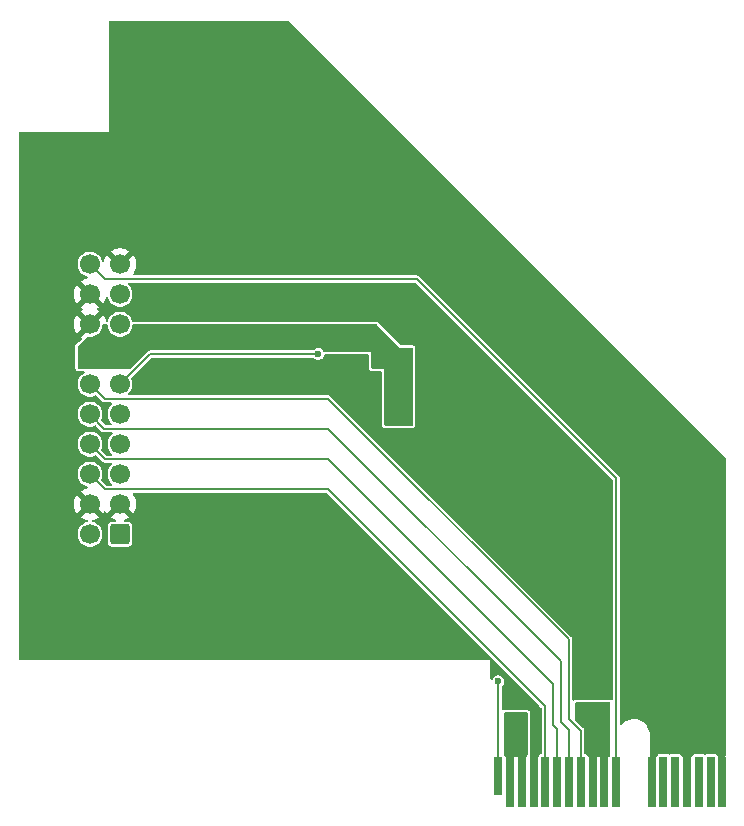
<source format=gbr>
%TF.GenerationSoftware,KiCad,Pcbnew,9.0.3*%
%TF.CreationDate,2025-08-09T15:12:17-04:00*%
%TF.ProjectId,PCIe-Aux-Signal-Breakout,50434965-2d41-4757-982d-5369676e616c,rev?*%
%TF.SameCoordinates,Original*%
%TF.FileFunction,Copper,L2,Bot*%
%TF.FilePolarity,Positive*%
%FSLAX46Y46*%
G04 Gerber Fmt 4.6, Leading zero omitted, Abs format (unit mm)*
G04 Created by KiCad (PCBNEW 9.0.3) date 2025-08-09 15:12:17*
%MOMM*%
%LPD*%
G01*
G04 APERTURE LIST*
G04 Aperture macros list*
%AMRoundRect*
0 Rectangle with rounded corners*
0 $1 Rounding radius*
0 $2 $3 $4 $5 $6 $7 $8 $9 X,Y pos of 4 corners*
0 Add a 4 corners polygon primitive as box body*
4,1,4,$2,$3,$4,$5,$6,$7,$8,$9,$2,$3,0*
0 Add four circle primitives for the rounded corners*
1,1,$1+$1,$2,$3*
1,1,$1+$1,$4,$5*
1,1,$1+$1,$6,$7*
1,1,$1+$1,$8,$9*
0 Add four rect primitives between the rounded corners*
20,1,$1+$1,$2,$3,$4,$5,0*
20,1,$1+$1,$4,$5,$6,$7,0*
20,1,$1+$1,$6,$7,$8,$9,0*
20,1,$1+$1,$8,$9,$2,$3,0*%
G04 Aperture macros list end*
%TA.AperFunction,HeatsinkPad*%
%ADD10R,0.700000X1.300000*%
%TD*%
%TA.AperFunction,ComponentPad*%
%ADD11RoundRect,0.250000X0.600000X0.600000X-0.600000X0.600000X-0.600000X-0.600000X0.600000X-0.600000X0*%
%TD*%
%TA.AperFunction,ComponentPad*%
%ADD12C,1.700000*%
%TD*%
%TA.AperFunction,ConnectorPad*%
%ADD13R,0.700000X3.200000*%
%TD*%
%TA.AperFunction,ConnectorPad*%
%ADD14R,0.700000X4.200000*%
%TD*%
%TA.AperFunction,ViaPad*%
%ADD15C,0.600000*%
%TD*%
%TA.AperFunction,Conductor*%
%ADD16C,0.200000*%
%TD*%
G04 APERTURE END LIST*
D10*
%TO.P,U1,9,EP*%
%TO.N,GND*%
X80415000Y-101770000D03*
%TD*%
D11*
%TO.P,J3,1,Pin_1*%
%TO.N,+12V*%
X59877500Y-116180000D03*
D12*
%TO.P,J3,2,Pin_2*%
X57337500Y-116180000D03*
%TO.P,J3,3,Pin_3*%
%TO.N,GND*%
X59877500Y-113640000D03*
%TO.P,J3,4,Pin_4*%
X57337500Y-113640000D03*
%TO.P,J3,5,Pin_5*%
%TO.N,SMBCLK*%
X59877500Y-111100000D03*
%TO.P,J3,6,Pin_6*%
%TO.N,TCK*%
X57337500Y-111100000D03*
%TO.P,J3,7,Pin_7*%
%TO.N,SMBDAT*%
X59877500Y-108560000D03*
%TO.P,J3,8,Pin_8*%
%TO.N,TDI*%
X57337500Y-108560000D03*
%TO.P,J3,9,Pin_9*%
%TO.N,+5V*%
X59877500Y-106020000D03*
%TO.P,J3,10,Pin_10*%
%TO.N,TDO*%
X57337500Y-106020000D03*
%TO.P,J3,11,Pin_11*%
%TO.N,+5V*%
X59877500Y-103480000D03*
%TO.P,J3,12,Pin_12*%
%TO.N,TMS*%
X57337500Y-103480000D03*
%TO.P,J3,13,Pin_13*%
%TO.N,+3.3V*%
X59877500Y-100940000D03*
%TO.P,J3,14,Pin_14*%
X57337500Y-100940000D03*
%TO.P,J3,15,Pin_15*%
%TO.N,TRST#*%
X59877500Y-98400000D03*
%TO.P,J3,16,Pin_16*%
%TO.N,GND*%
X57337500Y-98400000D03*
%TO.P,J3,17,Pin_17*%
%TO.N,+3.3VAUX*%
X59877500Y-95860000D03*
%TO.P,J3,18,Pin_18*%
%TO.N,GND*%
X57337500Y-95860000D03*
%TO.P,J3,19,Pin_19*%
X59877500Y-93320000D03*
%TO.P,J3,20,Pin_20*%
%TO.N,PERST#*%
X57337500Y-93320000D03*
%TD*%
D13*
%TO.P,J1,A1,PRSNT1#*%
%TO.N,PRSNT*%
X91890000Y-136620000D03*
D14*
%TO.P,J1,A2,+12V*%
%TO.N,+12V*%
X92890000Y-137120000D03*
%TO.P,J1,A3,+12V*%
X93890000Y-137120000D03*
%TO.P,J1,A4,GND*%
%TO.N,GND*%
X94890000Y-137120000D03*
%TO.P,J1,A5,TCK*%
%TO.N,TCK*%
X95890000Y-137120000D03*
%TO.P,J1,A6,TDI*%
%TO.N,TDI*%
X96890000Y-137120000D03*
%TO.P,J1,A7,TDO*%
%TO.N,TDO*%
X97890000Y-137120000D03*
%TO.P,J1,A8,TMS*%
%TO.N,TMS*%
X98890000Y-137120000D03*
%TO.P,J1,A9,+3.3V*%
%TO.N,+3.3V*%
X99890000Y-137120000D03*
%TO.P,J1,A10,+3.3V*%
X100890000Y-137120000D03*
%TO.P,J1,A11,PERST#*%
%TO.N,PERST#*%
X101890000Y-137120000D03*
%TO.P,J1,A12,GND*%
%TO.N,GND*%
X104890000Y-137120000D03*
%TO.P,J1,A13,REFCLK+*%
%TO.N,unconnected-(J1-REFCLK+-PadA13)*%
X105890000Y-137120000D03*
%TO.P,J1,A14,REFCLK-*%
%TO.N,unconnected-(J1-REFCLK--PadA14)*%
X106890000Y-137120000D03*
%TO.P,J1,A15,GND*%
%TO.N,GND*%
X107890000Y-137120000D03*
%TO.P,J1,A16,PETp0*%
%TO.N,unconnected-(J1-PETp0-PadA16)*%
X108890000Y-137120000D03*
%TO.P,J1,A17,PETn0*%
%TO.N,unconnected-(J1-PETn0-PadA17)*%
X109890000Y-137120000D03*
%TO.P,J1,A18,GND*%
%TO.N,GND*%
X110890000Y-137120000D03*
%TD*%
D15*
%TO.N,GND*%
X110855000Y-134205000D03*
X108890000Y-134215000D03*
X107910000Y-134230000D03*
X106915000Y-134245000D03*
X105885000Y-134255000D03*
X97715000Y-123695000D03*
X95120000Y-132455000D03*
X95120000Y-131605000D03*
X95115000Y-133380000D03*
X95115000Y-134230000D03*
%TO.N,PRSNT*%
X91890000Y-128640000D03*
%TO.N,+5V*%
X76655000Y-100920000D03*
%TO.N,+3.3V*%
X84145000Y-105730000D03*
%TO.N,GND*%
X84260000Y-99585000D03*
X81470000Y-104090000D03*
%TO.N,+3.3V*%
X84245000Y-101110000D03*
%TO.N,GND*%
X80230000Y-106085000D03*
%TO.N,+3.3V*%
X84145000Y-106480000D03*
X98890000Y-131715000D03*
X98890000Y-130860000D03*
X100890000Y-130860000D03*
X99890000Y-131720000D03*
X99890000Y-130860000D03*
%TO.N,+12V*%
X92890000Y-131610000D03*
X92890000Y-134240000D03*
X93910000Y-133380000D03*
X93910000Y-132450000D03*
X93910000Y-134230000D03*
X93910000Y-131600000D03*
X92890000Y-132460000D03*
X92890000Y-133390000D03*
%TD*%
D16*
%TO.N,+5V*%
X62437500Y-100920000D02*
X59877500Y-103480000D01*
X76655000Y-100920000D02*
X62437500Y-100920000D01*
%TO.N,TMS*%
X58582500Y-104725000D02*
X57337500Y-103480000D01*
X97870000Y-125090000D02*
X77505000Y-104725000D01*
X97870000Y-131785000D02*
X97870000Y-125090000D01*
X77505000Y-104725000D02*
X58582500Y-104725000D01*
X98890000Y-132805000D02*
X97870000Y-131785000D01*
X98890000Y-137120000D02*
X98890000Y-132805000D01*
%TO.N,TDO*%
X58562500Y-107245000D02*
X57337500Y-106020000D01*
X77505000Y-107245000D02*
X58562500Y-107245000D01*
X97195000Y-132052500D02*
X97195000Y-126935000D01*
X97890000Y-132747500D02*
X97195000Y-132052500D01*
X97890000Y-137120000D02*
X97890000Y-132747500D01*
X97195000Y-126935000D02*
X77505000Y-107245000D01*
%TO.N,TDI*%
X77500000Y-109825000D02*
X58602500Y-109825000D01*
X96520000Y-128845000D02*
X77500000Y-109825000D01*
X96890000Y-132700000D02*
X96520000Y-132330000D01*
X96520000Y-132330000D02*
X96520000Y-128845000D01*
X96890000Y-137120000D02*
X96890000Y-132700000D01*
X58602500Y-109825000D02*
X57337500Y-108560000D01*
%TO.N,TCK*%
X58617500Y-112380000D02*
X57337500Y-111100000D01*
X77505000Y-112380000D02*
X58617500Y-112380000D01*
X95890000Y-130765000D02*
X77505000Y-112380000D01*
X95890000Y-137120000D02*
X95890000Y-130765000D01*
%TO.N,PRSNT*%
X91890000Y-136620000D02*
X91890000Y-128640000D01*
%TO.N,PERST#*%
X101900000Y-111450000D02*
X101890000Y-111460000D01*
X85025000Y-94575000D02*
X101900000Y-111450000D01*
X58592500Y-94575000D02*
X85025000Y-94575000D01*
X57337500Y-93320000D02*
X58592500Y-94575000D01*
X101890000Y-111460000D02*
X101890000Y-137120000D01*
%TO.N,TCK*%
X95890000Y-137120000D02*
X95845000Y-137075000D01*
%TD*%
%TA.AperFunction,Conductor*%
%TO.N,+3.3V*%
G36*
X58786191Y-98418907D02*
G01*
X58822155Y-98468407D01*
X58827000Y-98499000D01*
X58827000Y-98503467D01*
X58867369Y-98706418D01*
X58946558Y-98897597D01*
X58946559Y-98897598D01*
X59061523Y-99069655D01*
X59207845Y-99215977D01*
X59379902Y-99330941D01*
X59571080Y-99410130D01*
X59774035Y-99450500D01*
X59774036Y-99450500D01*
X59980964Y-99450500D01*
X59980965Y-99450500D01*
X60183920Y-99410130D01*
X60375098Y-99330941D01*
X60547155Y-99215977D01*
X60693477Y-99069655D01*
X60808441Y-98897598D01*
X60887630Y-98706420D01*
X60928000Y-98503465D01*
X60928000Y-98499000D01*
X60946907Y-98440809D01*
X60996407Y-98404845D01*
X61027000Y-98400000D01*
X81558992Y-98400000D01*
X81617183Y-98418907D01*
X81628996Y-98428996D01*
X83580000Y-100380000D01*
X84591000Y-100380000D01*
X84649191Y-100398907D01*
X84685155Y-100448407D01*
X84690000Y-100479000D01*
X84690000Y-102155000D01*
X81239000Y-102155000D01*
X81180809Y-102136093D01*
X81144845Y-102086593D01*
X81140000Y-102056000D01*
X81140000Y-100750000D01*
X81139999Y-100749999D01*
X77186870Y-100741590D01*
X77128720Y-100722559D01*
X77101345Y-100692090D01*
X77055503Y-100612690D01*
X77055501Y-100612688D01*
X77055500Y-100612686D01*
X76962314Y-100519500D01*
X76962311Y-100519498D01*
X76962309Y-100519496D01*
X76848189Y-100453609D01*
X76848191Y-100453609D01*
X76798799Y-100440375D01*
X76720892Y-100419500D01*
X76589108Y-100419500D01*
X76511200Y-100440375D01*
X76461809Y-100453609D01*
X76347690Y-100519496D01*
X76347689Y-100519497D01*
X76347686Y-100519499D01*
X76347686Y-100519500D01*
X76276680Y-100590505D01*
X76222166Y-100618281D01*
X76206679Y-100619500D01*
X62477062Y-100619500D01*
X62397938Y-100619500D01*
X62351161Y-100632033D01*
X62321507Y-100639979D01*
X62252993Y-100679536D01*
X60806525Y-102126004D01*
X60752008Y-102153781D01*
X60736521Y-102155000D01*
X56384000Y-102155000D01*
X56325809Y-102136093D01*
X56289845Y-102086593D01*
X56285000Y-102056000D01*
X56285000Y-100299493D01*
X56303907Y-100241302D01*
X56319711Y-100224207D01*
X57198087Y-99474210D01*
X57254616Y-99450804D01*
X57262370Y-99450500D01*
X57440964Y-99450500D01*
X57440965Y-99450500D01*
X57643920Y-99410130D01*
X57835098Y-99330941D01*
X58007155Y-99215977D01*
X58153477Y-99069655D01*
X58268441Y-98897598D01*
X58347630Y-98706420D01*
X58388000Y-98503465D01*
X58388000Y-98503456D01*
X58388476Y-98498629D01*
X58389660Y-98498745D01*
X58391667Y-98492565D01*
X58390738Y-98480731D01*
X58400899Y-98464155D01*
X58406907Y-98445664D01*
X58422715Y-98428566D01*
X58428401Y-98423711D01*
X58484932Y-98400304D01*
X58492686Y-98400000D01*
X58728000Y-98400000D01*
X58786191Y-98418907D01*
G37*
%TD.AperFunction*%
%TD*%
%TA.AperFunction,Conductor*%
%TO.N,+3.3V*%
G36*
X84690000Y-106891000D02*
G01*
X84671093Y-106949191D01*
X84621593Y-106985155D01*
X84591000Y-106990000D01*
X82359000Y-106990000D01*
X82300809Y-106971093D01*
X82264845Y-106921593D01*
X82260000Y-106891000D01*
X82260000Y-102155001D01*
X82260000Y-102155000D01*
X84690000Y-102155000D01*
X84690000Y-106891000D01*
G37*
%TD.AperFunction*%
%TD*%
%TA.AperFunction,Conductor*%
%TO.N,+3.3V*%
G36*
X101344191Y-130413907D02*
G01*
X101380155Y-130463407D01*
X101385000Y-130494000D01*
X101385000Y-134861053D01*
X101376961Y-134887551D01*
X101373532Y-134907304D01*
X101371150Y-134911811D01*
X101351133Y-134941769D01*
X101348604Y-134954481D01*
X101341857Y-134967251D01*
X101297955Y-135009868D01*
X101254325Y-135020000D01*
X99525675Y-135020000D01*
X99467484Y-135001093D01*
X99431520Y-134951593D01*
X99429111Y-134942360D01*
X99428867Y-134941772D01*
X99428867Y-134941769D01*
X99384552Y-134875448D01*
X99363009Y-134861053D01*
X99318233Y-134831134D01*
X99318231Y-134831133D01*
X99318228Y-134831132D01*
X99318227Y-134831132D01*
X99270184Y-134821575D01*
X99216801Y-134791678D01*
X99191186Y-134736112D01*
X99190500Y-134724478D01*
X99190500Y-132765437D01*
X99190499Y-132765435D01*
X99170021Y-132689011D01*
X99170019Y-132689007D01*
X99130460Y-132620489D01*
X99074511Y-132564539D01*
X99074511Y-132564540D01*
X98423996Y-131914025D01*
X98396219Y-131859508D01*
X98395000Y-131844021D01*
X98395000Y-130494000D01*
X98413907Y-130435809D01*
X98463407Y-130399845D01*
X98494000Y-130395000D01*
X101286000Y-130395000D01*
X101344191Y-130413907D01*
G37*
%TD.AperFunction*%
%TD*%
%TA.AperFunction,Conductor*%
%TO.N,GND*%
G36*
X74202660Y-72738907D02*
G01*
X74214473Y-72748996D01*
X111129504Y-109664027D01*
X111157281Y-109718544D01*
X111158500Y-109734031D01*
X111158500Y-134921000D01*
X111139593Y-134979191D01*
X111090093Y-135015155D01*
X111059500Y-135020000D01*
X110525675Y-135020000D01*
X110467484Y-135001093D01*
X110431520Y-134951593D01*
X110429111Y-134942360D01*
X110428867Y-134941772D01*
X110428867Y-134941769D01*
X110384552Y-134875448D01*
X110353850Y-134854933D01*
X110318233Y-134831134D01*
X110318231Y-134831133D01*
X110318228Y-134831132D01*
X110318227Y-134831132D01*
X110259758Y-134819501D01*
X110259748Y-134819500D01*
X109520252Y-134819500D01*
X109520251Y-134819500D01*
X109520241Y-134819501D01*
X109461772Y-134831132D01*
X109461767Y-134831134D01*
X109445001Y-134842337D01*
X109386113Y-134858945D01*
X109334999Y-134842337D01*
X109318232Y-134831134D01*
X109318233Y-134831134D01*
X109318231Y-134831133D01*
X109318228Y-134831132D01*
X109318227Y-134831132D01*
X109259758Y-134819501D01*
X109259748Y-134819500D01*
X108520252Y-134819500D01*
X108520251Y-134819500D01*
X108520241Y-134819501D01*
X108461772Y-134831132D01*
X108461766Y-134831134D01*
X108395451Y-134875445D01*
X108395445Y-134875451D01*
X108351134Y-134941766D01*
X108347403Y-134950776D01*
X108345910Y-134950157D01*
X108321524Y-134993700D01*
X108265959Y-135019314D01*
X108254325Y-135020000D01*
X107525675Y-135020000D01*
X107467484Y-135001093D01*
X107431520Y-134951593D01*
X107429111Y-134942360D01*
X107428867Y-134941772D01*
X107428867Y-134941769D01*
X107384552Y-134875448D01*
X107353850Y-134854933D01*
X107318233Y-134831134D01*
X107318231Y-134831133D01*
X107318228Y-134831132D01*
X107318227Y-134831132D01*
X107259758Y-134819501D01*
X107259748Y-134819500D01*
X106520252Y-134819500D01*
X106520251Y-134819500D01*
X106520241Y-134819501D01*
X106461772Y-134831132D01*
X106461767Y-134831134D01*
X106445001Y-134842337D01*
X106386113Y-134858945D01*
X106334999Y-134842337D01*
X106318232Y-134831134D01*
X106318233Y-134831134D01*
X106318231Y-134831133D01*
X106318228Y-134831132D01*
X106318227Y-134831132D01*
X106259758Y-134819501D01*
X106259748Y-134819500D01*
X105520252Y-134819500D01*
X105520251Y-134819500D01*
X105520241Y-134819501D01*
X105461772Y-134831132D01*
X105461766Y-134831134D01*
X105395451Y-134875445D01*
X105395445Y-134875451D01*
X105351134Y-134941766D01*
X105347403Y-134950776D01*
X105345910Y-134950157D01*
X105321524Y-134993700D01*
X105265959Y-135019314D01*
X105254325Y-135020000D01*
X104820500Y-135020000D01*
X104762309Y-135001093D01*
X104726345Y-134951593D01*
X104721500Y-134921000D01*
X104721500Y-133059668D01*
X104712420Y-133005255D01*
X104685180Y-132842016D01*
X104613531Y-132633310D01*
X104612557Y-132631511D01*
X104519491Y-132459540D01*
X104508507Y-132439243D01*
X104372973Y-132265109D01*
X104210627Y-132115659D01*
X104210624Y-132115657D01*
X104210622Y-132115655D01*
X104025900Y-131994970D01*
X104025891Y-131994965D01*
X103823821Y-131906330D01*
X103823819Y-131906329D01*
X103609909Y-131852159D01*
X103609907Y-131852158D01*
X103390000Y-131833937D01*
X103170094Y-131852158D01*
X103063136Y-131879244D01*
X102956181Y-131906329D01*
X102956179Y-131906329D01*
X102956178Y-131906330D01*
X102754108Y-131994965D01*
X102754099Y-131994970D01*
X102569377Y-132115655D01*
X102407023Y-132265113D01*
X102367624Y-132315733D01*
X102316962Y-132350040D01*
X102255810Y-132348016D01*
X102207527Y-132310435D01*
X102190500Y-132254925D01*
X102190500Y-111539914D01*
X102193874Y-111514289D01*
X102200500Y-111489562D01*
X102200500Y-111410437D01*
X102200499Y-111410435D01*
X102180022Y-111334015D01*
X102180021Y-111334014D01*
X102180021Y-111334012D01*
X102140460Y-111265489D01*
X102140457Y-111265486D01*
X102084511Y-111209539D01*
X102084511Y-111209540D01*
X85209510Y-94334539D01*
X85201875Y-94330131D01*
X85140989Y-94294979D01*
X85140985Y-94294977D01*
X85064564Y-94274500D01*
X85064562Y-94274500D01*
X61047005Y-94274500D01*
X60988814Y-94255593D01*
X60952850Y-94206093D01*
X60952850Y-94144907D01*
X60966912Y-94117309D01*
X61032124Y-94027552D01*
X61128595Y-93838215D01*
X61194259Y-93636121D01*
X61227500Y-93426250D01*
X61227500Y-93213749D01*
X61194259Y-93003878D01*
X61128595Y-92801784D01*
X61032123Y-92612446D01*
X61032119Y-92612440D01*
X60992770Y-92558282D01*
X60992769Y-92558282D01*
X60360462Y-93190590D01*
X60343425Y-93127007D01*
X60277599Y-93012993D01*
X60184507Y-92919901D01*
X60070493Y-92854075D01*
X60006907Y-92837037D01*
X60639216Y-92204729D01*
X60639216Y-92204728D01*
X60585059Y-92165380D01*
X60585053Y-92165376D01*
X60395715Y-92068904D01*
X60193621Y-92003240D01*
X59983750Y-91970000D01*
X59771250Y-91970000D01*
X59561378Y-92003240D01*
X59359284Y-92068904D01*
X59169946Y-92165376D01*
X59169942Y-92165378D01*
X59115782Y-92204728D01*
X59748091Y-92837037D01*
X59684507Y-92854075D01*
X59570493Y-92919901D01*
X59477401Y-93012993D01*
X59411575Y-93127007D01*
X59394537Y-93190591D01*
X58762228Y-92558282D01*
X58722878Y-92612442D01*
X58722876Y-92612446D01*
X58626404Y-92801784D01*
X58560741Y-93003877D01*
X58552140Y-93058177D01*
X58524362Y-93112694D01*
X58469845Y-93140470D01*
X58409413Y-93130898D01*
X58366149Y-93087633D01*
X58357262Y-93062006D01*
X58347630Y-93013580D01*
X58268441Y-92822402D01*
X58153477Y-92650345D01*
X58007155Y-92504023D01*
X57835098Y-92389059D01*
X57835099Y-92389059D01*
X57835097Y-92389058D01*
X57761437Y-92358547D01*
X57643920Y-92309870D01*
X57643918Y-92309869D01*
X57440967Y-92269500D01*
X57440965Y-92269500D01*
X57234035Y-92269500D01*
X57234032Y-92269500D01*
X57031081Y-92309869D01*
X56839902Y-92389058D01*
X56667848Y-92504020D01*
X56521520Y-92650348D01*
X56406558Y-92822402D01*
X56327369Y-93013581D01*
X56287000Y-93216532D01*
X56287000Y-93423467D01*
X56327369Y-93626418D01*
X56406558Y-93817597D01*
X56519176Y-93986143D01*
X56521523Y-93989655D01*
X56667845Y-94135977D01*
X56839902Y-94250941D01*
X57031080Y-94330130D01*
X57079503Y-94339762D01*
X57132886Y-94369657D01*
X57158503Y-94425221D01*
X57146567Y-94485231D01*
X57101638Y-94526765D01*
X57075677Y-94534640D01*
X57021377Y-94543241D01*
X56819284Y-94608904D01*
X56629946Y-94705376D01*
X56629942Y-94705378D01*
X56575782Y-94744728D01*
X57208091Y-95377037D01*
X57144507Y-95394075D01*
X57030493Y-95459901D01*
X56937401Y-95552993D01*
X56871575Y-95667007D01*
X56854537Y-95730591D01*
X56222228Y-95098282D01*
X56182878Y-95152442D01*
X56182876Y-95152446D01*
X56086404Y-95341784D01*
X56020740Y-95543878D01*
X55987500Y-95753749D01*
X55987500Y-95966250D01*
X56020740Y-96176121D01*
X56086404Y-96378215D01*
X56182876Y-96567553D01*
X56182880Y-96567559D01*
X56222228Y-96621716D01*
X56222229Y-96621716D01*
X56854537Y-95989407D01*
X56871575Y-96052993D01*
X56937401Y-96167007D01*
X57030493Y-96260099D01*
X57144507Y-96325925D01*
X57208089Y-96342962D01*
X56575782Y-96975269D01*
X56575782Y-96975270D01*
X56629940Y-97014619D01*
X56629946Y-97014623D01*
X56683264Y-97041790D01*
X56726529Y-97085055D01*
X56736100Y-97145487D01*
X56708322Y-97200004D01*
X56683264Y-97218210D01*
X56629946Y-97245376D01*
X56629942Y-97245378D01*
X56575782Y-97284728D01*
X57208091Y-97917037D01*
X57144507Y-97934075D01*
X57030493Y-97999901D01*
X56937401Y-98092993D01*
X56871575Y-98207007D01*
X56854537Y-98270591D01*
X56222228Y-97638282D01*
X56182878Y-97692442D01*
X56182876Y-97692446D01*
X56086404Y-97881784D01*
X56020740Y-98083878D01*
X55987500Y-98293749D01*
X55987500Y-98506250D01*
X56020740Y-98716121D01*
X56086404Y-98918215D01*
X56182876Y-99107553D01*
X56182880Y-99107559D01*
X56222228Y-99161716D01*
X56222229Y-99161716D01*
X56854537Y-98529407D01*
X56871575Y-98592993D01*
X56937401Y-98707007D01*
X57030493Y-98800099D01*
X57144507Y-98865925D01*
X57208090Y-98882962D01*
X56575782Y-99515269D01*
X56575782Y-99515270D01*
X56613422Y-99542618D01*
X56649386Y-99592118D01*
X56649385Y-99653303D01*
X56619516Y-99697999D01*
X56186271Y-100067924D01*
X56168816Y-100084704D01*
X56153012Y-100101799D01*
X56153010Y-100101802D01*
X56108464Y-100177799D01*
X56089555Y-100235995D01*
X56079500Y-100299489D01*
X56079500Y-100299493D01*
X56079500Y-102056000D01*
X56082030Y-102088143D01*
X56086883Y-102118793D01*
X56087646Y-102123281D01*
X56087647Y-102123286D01*
X56123591Y-102207382D01*
X56123592Y-102207383D01*
X56159556Y-102256883D01*
X56183797Y-102284628D01*
X56262307Y-102331536D01*
X56320498Y-102350443D01*
X56333198Y-102352454D01*
X56383996Y-102360500D01*
X56384000Y-102360500D01*
X56797441Y-102360500D01*
X56855632Y-102379407D01*
X56891596Y-102428907D01*
X56891596Y-102490093D01*
X56855632Y-102539593D01*
X56844108Y-102546811D01*
X56839902Y-102549058D01*
X56667848Y-102664020D01*
X56521520Y-102810348D01*
X56406558Y-102982402D01*
X56327369Y-103173581D01*
X56287000Y-103376532D01*
X56287000Y-103583467D01*
X56327369Y-103786418D01*
X56406558Y-103977597D01*
X56521520Y-104149651D01*
X56521523Y-104149655D01*
X56667845Y-104295977D01*
X56839902Y-104410941D01*
X57031080Y-104490130D01*
X57234035Y-104530500D01*
X57234036Y-104530500D01*
X57440964Y-104530500D01*
X57440965Y-104530500D01*
X57643920Y-104490130D01*
X57779905Y-104433802D01*
X57840899Y-104429002D01*
X57887792Y-104455263D01*
X58342040Y-104909511D01*
X58342039Y-104909511D01*
X58397989Y-104965460D01*
X58466507Y-105005019D01*
X58466511Y-105005021D01*
X58542935Y-105025499D01*
X58542937Y-105025500D01*
X58542938Y-105025500D01*
X59148689Y-105025500D01*
X59206880Y-105044407D01*
X59242844Y-105093907D01*
X59242844Y-105155093D01*
X59211496Y-105201026D01*
X59207853Y-105204015D01*
X59061520Y-105350348D01*
X58946558Y-105522402D01*
X58867369Y-105713581D01*
X58827000Y-105916532D01*
X58827000Y-106123467D01*
X58867369Y-106326418D01*
X58946558Y-106517597D01*
X59061520Y-106689651D01*
X59061523Y-106689655D01*
X59147366Y-106775498D01*
X59175142Y-106830013D01*
X59165571Y-106890445D01*
X59122306Y-106933710D01*
X59077361Y-106944500D01*
X58727979Y-106944500D01*
X58669788Y-106925593D01*
X58657975Y-106915504D01*
X58312763Y-106570292D01*
X58284986Y-106515775D01*
X58291302Y-106462405D01*
X58347630Y-106326420D01*
X58388000Y-106123465D01*
X58388000Y-105916535D01*
X58347630Y-105713580D01*
X58268441Y-105522402D01*
X58153477Y-105350345D01*
X58007155Y-105204023D01*
X58007151Y-105204020D01*
X57835097Y-105089058D01*
X57643918Y-105009869D01*
X57440967Y-104969500D01*
X57440965Y-104969500D01*
X57234035Y-104969500D01*
X57234032Y-104969500D01*
X57031081Y-105009869D01*
X56839902Y-105089058D01*
X56667848Y-105204020D01*
X56521520Y-105350348D01*
X56406558Y-105522402D01*
X56327369Y-105713581D01*
X56287000Y-105916532D01*
X56287000Y-106123467D01*
X56327369Y-106326418D01*
X56406558Y-106517597D01*
X56521520Y-106689651D01*
X56521523Y-106689655D01*
X56667845Y-106835977D01*
X56839902Y-106950941D01*
X57031080Y-107030130D01*
X57234035Y-107070500D01*
X57234036Y-107070500D01*
X57440964Y-107070500D01*
X57440965Y-107070500D01*
X57643920Y-107030130D01*
X57779905Y-106973802D01*
X57840899Y-106969002D01*
X57887792Y-106995263D01*
X58377989Y-107485460D01*
X58377991Y-107485461D01*
X58377992Y-107485462D01*
X58377993Y-107485463D01*
X58446508Y-107525020D01*
X58446506Y-107525020D01*
X58446510Y-107525021D01*
X58446512Y-107525022D01*
X58522938Y-107545500D01*
X59178596Y-107545500D01*
X59236787Y-107564407D01*
X59272751Y-107613907D01*
X59272751Y-107675093D01*
X59236787Y-107724593D01*
X59233597Y-107726816D01*
X59207848Y-107744020D01*
X59061520Y-107890348D01*
X58946558Y-108062402D01*
X58867369Y-108253581D01*
X58827000Y-108456532D01*
X58827000Y-108663467D01*
X58867369Y-108866418D01*
X58946558Y-109057597D01*
X59061520Y-109229651D01*
X59061523Y-109229655D01*
X59187366Y-109355498D01*
X59215142Y-109410013D01*
X59205571Y-109470445D01*
X59162306Y-109513710D01*
X59117361Y-109524500D01*
X58767979Y-109524500D01*
X58709788Y-109505593D01*
X58697975Y-109495504D01*
X58312763Y-109110292D01*
X58284986Y-109055775D01*
X58291302Y-109002405D01*
X58347630Y-108866420D01*
X58388000Y-108663465D01*
X58388000Y-108456535D01*
X58347630Y-108253580D01*
X58268441Y-108062402D01*
X58153477Y-107890345D01*
X58007155Y-107744023D01*
X57978076Y-107724593D01*
X57835097Y-107629058D01*
X57643918Y-107549869D01*
X57440967Y-107509500D01*
X57440965Y-107509500D01*
X57234035Y-107509500D01*
X57234032Y-107509500D01*
X57031081Y-107549869D01*
X56839902Y-107629058D01*
X56667848Y-107744020D01*
X56521520Y-107890348D01*
X56406558Y-108062402D01*
X56327369Y-108253581D01*
X56287000Y-108456532D01*
X56287000Y-108663467D01*
X56327369Y-108866418D01*
X56406558Y-109057597D01*
X56521520Y-109229651D01*
X56521523Y-109229655D01*
X56667845Y-109375977D01*
X56839902Y-109490941D01*
X57031080Y-109570130D01*
X57234035Y-109610500D01*
X57234036Y-109610500D01*
X57440964Y-109610500D01*
X57440965Y-109610500D01*
X57643920Y-109570130D01*
X57779905Y-109513802D01*
X57840899Y-109509002D01*
X57887792Y-109535263D01*
X58362040Y-110009511D01*
X58362039Y-110009511D01*
X58417989Y-110065460D01*
X58486507Y-110105019D01*
X58486511Y-110105021D01*
X58562935Y-110125499D01*
X58562937Y-110125500D01*
X58562938Y-110125500D01*
X58642062Y-110125500D01*
X59127361Y-110125500D01*
X59185552Y-110144407D01*
X59221516Y-110193907D01*
X59221516Y-110255093D01*
X59197366Y-110294501D01*
X59061523Y-110430345D01*
X59061520Y-110430348D01*
X58946558Y-110602402D01*
X58867369Y-110793581D01*
X58827000Y-110996532D01*
X58827000Y-111203467D01*
X58867369Y-111406418D01*
X58946558Y-111597597D01*
X59061520Y-111769651D01*
X59061523Y-111769655D01*
X59202366Y-111910498D01*
X59230142Y-111965013D01*
X59220571Y-112025445D01*
X59177306Y-112068710D01*
X59132361Y-112079500D01*
X58782979Y-112079500D01*
X58724788Y-112060593D01*
X58712975Y-112050504D01*
X58312763Y-111650292D01*
X58284986Y-111595775D01*
X58291302Y-111542405D01*
X58347630Y-111406420D01*
X58388000Y-111203465D01*
X58388000Y-110996535D01*
X58347630Y-110793580D01*
X58268441Y-110602402D01*
X58153477Y-110430345D01*
X58007155Y-110284023D01*
X57872286Y-110193907D01*
X57835097Y-110169058D01*
X57643918Y-110089869D01*
X57440967Y-110049500D01*
X57440965Y-110049500D01*
X57234035Y-110049500D01*
X57234032Y-110049500D01*
X57031081Y-110089869D01*
X56839902Y-110169058D01*
X56667848Y-110284020D01*
X56521520Y-110430348D01*
X56406558Y-110602402D01*
X56327369Y-110793581D01*
X56287000Y-110996532D01*
X56287000Y-111203467D01*
X56327369Y-111406418D01*
X56406558Y-111597597D01*
X56521520Y-111769651D01*
X56521523Y-111769655D01*
X56667845Y-111915977D01*
X56839902Y-112030941D01*
X57031080Y-112110130D01*
X57079503Y-112119762D01*
X57132886Y-112149657D01*
X57158503Y-112205221D01*
X57146567Y-112265231D01*
X57101638Y-112306765D01*
X57075677Y-112314640D01*
X57021377Y-112323241D01*
X56819284Y-112388904D01*
X56629946Y-112485376D01*
X56629942Y-112485378D01*
X56575782Y-112524728D01*
X57208091Y-113157037D01*
X57144507Y-113174075D01*
X57030493Y-113239901D01*
X56937401Y-113332993D01*
X56871575Y-113447007D01*
X56854537Y-113510591D01*
X56222228Y-112878282D01*
X56182878Y-112932442D01*
X56182876Y-112932446D01*
X56086404Y-113121784D01*
X56020740Y-113323878D01*
X55987500Y-113533749D01*
X55987500Y-113746250D01*
X56020740Y-113956121D01*
X56086404Y-114158215D01*
X56182876Y-114347553D01*
X56182880Y-114347559D01*
X56222228Y-114401716D01*
X56222229Y-114401716D01*
X56854537Y-113769407D01*
X56871575Y-113832993D01*
X56937401Y-113947007D01*
X57030493Y-114040099D01*
X57144507Y-114105925D01*
X57208089Y-114122962D01*
X56575782Y-114755269D01*
X56575782Y-114755270D01*
X56629940Y-114794619D01*
X56629946Y-114794623D01*
X56819284Y-114891095D01*
X57021378Y-114956759D01*
X57075676Y-114965359D01*
X57130192Y-114993136D01*
X57157970Y-115047653D01*
X57148399Y-115108085D01*
X57105134Y-115151350D01*
X57079503Y-115160238D01*
X57031081Y-115169869D01*
X56839902Y-115249058D01*
X56667848Y-115364020D01*
X56521520Y-115510348D01*
X56406558Y-115682402D01*
X56327369Y-115873581D01*
X56287000Y-116076532D01*
X56287000Y-116283467D01*
X56327369Y-116486418D01*
X56406558Y-116677597D01*
X56521520Y-116849651D01*
X56521523Y-116849655D01*
X56667845Y-116995977D01*
X56839902Y-117110941D01*
X57031080Y-117190130D01*
X57234035Y-117230500D01*
X57234036Y-117230500D01*
X57440964Y-117230500D01*
X57440965Y-117230500D01*
X57643920Y-117190130D01*
X57835098Y-117110941D01*
X58007155Y-116995977D01*
X58153477Y-116849655D01*
X58268441Y-116677598D01*
X58347630Y-116486420D01*
X58388000Y-116283465D01*
X58388000Y-116076535D01*
X58347630Y-115873580D01*
X58268441Y-115682402D01*
X58153477Y-115510345D01*
X58007155Y-115364023D01*
X58007151Y-115364020D01*
X57835097Y-115249058D01*
X57643918Y-115169869D01*
X57595496Y-115160238D01*
X57542112Y-115130341D01*
X57516496Y-115074776D01*
X57528433Y-115014766D01*
X57573363Y-114973234D01*
X57599323Y-114965359D01*
X57653621Y-114956759D01*
X57855715Y-114891095D01*
X58045056Y-114794620D01*
X58099216Y-114755270D01*
X57466908Y-114122962D01*
X57530493Y-114105925D01*
X57644507Y-114040099D01*
X57737599Y-113947007D01*
X57803425Y-113832993D01*
X57820462Y-113769408D01*
X58452770Y-114401716D01*
X58492122Y-114347554D01*
X58519289Y-114294235D01*
X58562553Y-114250970D01*
X58622985Y-114241398D01*
X58677502Y-114269175D01*
X58695709Y-114294234D01*
X58722876Y-114347553D01*
X58722880Y-114347559D01*
X58762228Y-114401716D01*
X58762229Y-114401716D01*
X59394537Y-113769407D01*
X59411575Y-113832993D01*
X59477401Y-113947007D01*
X59570493Y-114040099D01*
X59684507Y-114105925D01*
X59748089Y-114122962D01*
X59115782Y-114755269D01*
X59115782Y-114755270D01*
X59169940Y-114794619D01*
X59169946Y-114794623D01*
X59359284Y-114891095D01*
X59498549Y-114936345D01*
X59548049Y-114972309D01*
X59566956Y-115030500D01*
X59548049Y-115088691D01*
X59498549Y-115124655D01*
X59467956Y-115129500D01*
X59223225Y-115129500D01*
X59192805Y-115132353D01*
X59192796Y-115132355D01*
X59064616Y-115177207D01*
X58955355Y-115257845D01*
X58955345Y-115257855D01*
X58874707Y-115367116D01*
X58829855Y-115495296D01*
X58829853Y-115495305D01*
X58827000Y-115525725D01*
X58827000Y-116834274D01*
X58829853Y-116864694D01*
X58829855Y-116864703D01*
X58874707Y-116992883D01*
X58955345Y-117102144D01*
X58955347Y-117102146D01*
X58955350Y-117102150D01*
X58955353Y-117102152D01*
X58955355Y-117102154D01*
X59064616Y-117182792D01*
X59064617Y-117182792D01*
X59064618Y-117182793D01*
X59192801Y-117227646D01*
X59223225Y-117230499D01*
X59223227Y-117230500D01*
X59223234Y-117230500D01*
X60531773Y-117230500D01*
X60531773Y-117230499D01*
X60562199Y-117227646D01*
X60690382Y-117182793D01*
X60799650Y-117102150D01*
X60880293Y-116992882D01*
X60925146Y-116864699D01*
X60927999Y-116834273D01*
X60928000Y-116834273D01*
X60928000Y-115525727D01*
X60927999Y-115525725D01*
X60925146Y-115495305D01*
X60925146Y-115495301D01*
X60880293Y-115367118D01*
X60799650Y-115257850D01*
X60799646Y-115257847D01*
X60799644Y-115257845D01*
X60690383Y-115177207D01*
X60562203Y-115132355D01*
X60562194Y-115132353D01*
X60531774Y-115129500D01*
X60531766Y-115129500D01*
X60287044Y-115129500D01*
X60228853Y-115110593D01*
X60192889Y-115061093D01*
X60192889Y-114999907D01*
X60228853Y-114950407D01*
X60256451Y-114936345D01*
X60395715Y-114891095D01*
X60585056Y-114794620D01*
X60639216Y-114755270D01*
X60006908Y-114122962D01*
X60070493Y-114105925D01*
X60184507Y-114040099D01*
X60277599Y-113947007D01*
X60343425Y-113832993D01*
X60360462Y-113769408D01*
X60992770Y-114401716D01*
X61032120Y-114347556D01*
X61128595Y-114158215D01*
X61194259Y-113956121D01*
X61227500Y-113746250D01*
X61227500Y-113533749D01*
X61194259Y-113323878D01*
X61128595Y-113121784D01*
X61032124Y-112932448D01*
X60963279Y-112837691D01*
X60944372Y-112779500D01*
X60963279Y-112721309D01*
X61012779Y-112685345D01*
X61043372Y-112680500D01*
X77339521Y-112680500D01*
X77397712Y-112699407D01*
X77409525Y-112709496D01*
X95560504Y-130860475D01*
X95588281Y-130914992D01*
X95589500Y-130930479D01*
X95589500Y-134724478D01*
X95570593Y-134782669D01*
X95521093Y-134818633D01*
X95509816Y-134821575D01*
X95461772Y-134831132D01*
X95461766Y-134831134D01*
X95395451Y-134875445D01*
X95395445Y-134875451D01*
X95351134Y-134941766D01*
X95347403Y-134950776D01*
X95345910Y-134950157D01*
X95321524Y-134993700D01*
X95265959Y-135019314D01*
X95254325Y-135020000D01*
X94685580Y-135020000D01*
X94627389Y-135001093D01*
X94591425Y-134951593D01*
X94587652Y-134906473D01*
X94595500Y-134853569D01*
X94595500Y-131339006D01*
X94595500Y-131339000D01*
X94592970Y-131306856D01*
X94588125Y-131276263D01*
X94588116Y-131276206D01*
X94587353Y-131271718D01*
X94587352Y-131271713D01*
X94551408Y-131187617D01*
X94541804Y-131174398D01*
X94515444Y-131138117D01*
X94491203Y-131110372D01*
X94412693Y-131063464D01*
X94412691Y-131063463D01*
X94412689Y-131063462D01*
X94354499Y-131044556D01*
X94354500Y-131044556D01*
X94291003Y-131034500D01*
X94291000Y-131034500D01*
X92499000Y-131034500D01*
X92466856Y-131037030D01*
X92436206Y-131041883D01*
X92431718Y-131042646D01*
X92431713Y-131042647D01*
X92347616Y-131078591D01*
X92342778Y-131081337D01*
X92342202Y-131080322D01*
X92289497Y-131097445D01*
X92231307Y-131078536D01*
X92195344Y-131029035D01*
X92190500Y-130998445D01*
X92190500Y-129088321D01*
X92209407Y-129030130D01*
X92219490Y-129018323D01*
X92290500Y-128947314D01*
X92356392Y-128833186D01*
X92390500Y-128705892D01*
X92390500Y-128574108D01*
X92356392Y-128446814D01*
X92356390Y-128446811D01*
X92356390Y-128446809D01*
X92290503Y-128332690D01*
X92290501Y-128332688D01*
X92290500Y-128332686D01*
X92197314Y-128239500D01*
X92197311Y-128239498D01*
X92197309Y-128239496D01*
X92083189Y-128173609D01*
X92083191Y-128173609D01*
X92033799Y-128160375D01*
X91955892Y-128139500D01*
X91824108Y-128139500D01*
X91746200Y-128160375D01*
X91696809Y-128173609D01*
X91582690Y-128239496D01*
X91489496Y-128332690D01*
X91424736Y-128444858D01*
X91379266Y-128485799D01*
X91318416Y-128492195D01*
X91265428Y-128461602D01*
X91240542Y-128405706D01*
X91240000Y-128395358D01*
X91240000Y-126870001D01*
X91240000Y-126870000D01*
X91239999Y-126870000D01*
X51419000Y-126870000D01*
X51360809Y-126851093D01*
X51324845Y-126801593D01*
X51320000Y-126771000D01*
X51320000Y-82219000D01*
X51338907Y-82160809D01*
X51388407Y-82124845D01*
X51419000Y-82120000D01*
X58939999Y-82120000D01*
X58940000Y-82120000D01*
X58940000Y-72819000D01*
X58958907Y-72760809D01*
X59008407Y-72724845D01*
X59039000Y-72720000D01*
X74144469Y-72720000D01*
X74202660Y-72738907D01*
G37*
%TD.AperFunction*%
%TA.AperFunction,Conductor*%
G36*
X84917712Y-94894407D02*
G01*
X84929525Y-94904496D01*
X101560504Y-111535475D01*
X101588281Y-111589992D01*
X101589500Y-111605479D01*
X101589500Y-130152615D01*
X101570593Y-130210806D01*
X101521093Y-130246770D01*
X101459907Y-130246770D01*
X101439723Y-130237601D01*
X101407696Y-130218466D01*
X101407693Y-130218464D01*
X101407691Y-130218463D01*
X101407689Y-130218462D01*
X101349499Y-130199556D01*
X101349500Y-130199556D01*
X101286003Y-130189500D01*
X101286000Y-130189500D01*
X98494000Y-130189500D01*
X98461856Y-130192030D01*
X98431206Y-130196883D01*
X98426718Y-130197646D01*
X98426713Y-130197647D01*
X98342616Y-130233591D01*
X98342614Y-130233592D01*
X98327690Y-130244436D01*
X98269499Y-130263343D01*
X98211308Y-130244435D01*
X98175345Y-130194935D01*
X98170500Y-130164343D01*
X98170500Y-125050437D01*
X98170499Y-125050435D01*
X98150021Y-124974011D01*
X98150019Y-124974007D01*
X98110460Y-124905489D01*
X98054511Y-124849539D01*
X98054511Y-124849540D01*
X77689511Y-104484540D01*
X77689508Y-104484538D01*
X77620992Y-104444980D01*
X77620988Y-104444978D01*
X77544564Y-104424500D01*
X77544562Y-104424500D01*
X60657639Y-104424500D01*
X60599448Y-104405593D01*
X60563484Y-104356093D01*
X60563484Y-104294907D01*
X60587633Y-104255498D01*
X60693477Y-104149655D01*
X60808441Y-103977598D01*
X60887630Y-103786420D01*
X60928000Y-103583465D01*
X60928000Y-103376535D01*
X60887630Y-103173580D01*
X60831302Y-103037595D01*
X60826502Y-102976599D01*
X60852761Y-102929708D01*
X62532975Y-101249496D01*
X62587492Y-101221719D01*
X62602979Y-101220500D01*
X76206679Y-101220500D01*
X76264870Y-101239407D01*
X76276676Y-101249490D01*
X76347686Y-101320500D01*
X76347688Y-101320501D01*
X76347690Y-101320503D01*
X76461810Y-101386390D01*
X76461808Y-101386390D01*
X76461812Y-101386391D01*
X76461814Y-101386392D01*
X76589108Y-101420500D01*
X76589110Y-101420500D01*
X76720890Y-101420500D01*
X76720892Y-101420500D01*
X76848186Y-101386392D01*
X76848188Y-101386390D01*
X76848190Y-101386390D01*
X76962309Y-101320503D01*
X76962309Y-101320502D01*
X76962314Y-101320500D01*
X77055500Y-101227314D01*
X77121392Y-101113186D01*
X77146204Y-101020583D01*
X77179527Y-100969271D01*
X77236648Y-100947344D01*
X77242030Y-100947208D01*
X80835713Y-100954851D01*
X80893861Y-100973882D01*
X80929719Y-101023459D01*
X80934500Y-101053851D01*
X80934500Y-102056000D01*
X80937030Y-102088143D01*
X80941883Y-102118793D01*
X80942646Y-102123281D01*
X80942647Y-102123286D01*
X80978591Y-102207382D01*
X80978592Y-102207383D01*
X81014556Y-102256883D01*
X81038797Y-102284628D01*
X81117307Y-102331536D01*
X81175498Y-102350443D01*
X81188198Y-102352454D01*
X81238996Y-102360500D01*
X81239000Y-102360500D01*
X81955500Y-102360500D01*
X82013691Y-102379407D01*
X82049655Y-102428907D01*
X82054500Y-102459500D01*
X82054500Y-106891000D01*
X82056429Y-106915504D01*
X82057030Y-106923143D01*
X82061883Y-106953793D01*
X82062646Y-106958281D01*
X82062647Y-106958286D01*
X82098591Y-107042382D01*
X82098592Y-107042383D01*
X82134556Y-107091883D01*
X82158797Y-107119628D01*
X82237307Y-107166536D01*
X82295498Y-107185443D01*
X82307552Y-107187352D01*
X82358996Y-107195500D01*
X82359000Y-107195500D01*
X84590993Y-107195500D01*
X84591000Y-107195500D01*
X84623144Y-107192970D01*
X84653737Y-107188125D01*
X84653748Y-107188123D01*
X84653793Y-107188116D01*
X84658281Y-107187353D01*
X84658280Y-107187353D01*
X84658287Y-107187352D01*
X84742383Y-107151408D01*
X84791883Y-107115444D01*
X84819628Y-107091203D01*
X84866536Y-107012693D01*
X84885443Y-106954502D01*
X84895500Y-106891000D01*
X84895500Y-102155000D01*
X84895500Y-100479000D01*
X84892970Y-100446856D01*
X84888125Y-100416263D01*
X84888116Y-100416206D01*
X84887353Y-100411718D01*
X84887352Y-100411713D01*
X84851408Y-100327617D01*
X84815444Y-100278117D01*
X84791203Y-100250372D01*
X84712693Y-100203464D01*
X84712691Y-100203463D01*
X84712689Y-100203462D01*
X84654499Y-100184556D01*
X84654500Y-100184556D01*
X84591003Y-100174500D01*
X84591000Y-100174500D01*
X83706128Y-100174500D01*
X83647937Y-100155593D01*
X83636124Y-100145504D01*
X82735620Y-99245000D01*
X81774306Y-98283686D01*
X81774292Y-98283673D01*
X81774286Y-98283667D01*
X81762465Y-98272739D01*
X81762456Y-98272731D01*
X81750643Y-98262642D01*
X81680685Y-98223464D01*
X81640588Y-98210436D01*
X81622491Y-98204556D01*
X81622492Y-98204556D01*
X81558995Y-98194500D01*
X81558992Y-98194500D01*
X61027000Y-98194500D01*
X60997245Y-98196842D01*
X60937750Y-98182558D01*
X60898014Y-98136032D01*
X60892380Y-98117461D01*
X60887630Y-98093581D01*
X60887629Y-98093579D01*
X60808441Y-97902402D01*
X60693477Y-97730345D01*
X60547155Y-97584023D01*
X60375098Y-97469059D01*
X60375099Y-97469059D01*
X60375097Y-97469058D01*
X60183918Y-97389869D01*
X59980967Y-97349500D01*
X59980965Y-97349500D01*
X59774035Y-97349500D01*
X59774032Y-97349500D01*
X59571081Y-97389869D01*
X59379902Y-97469058D01*
X59207848Y-97584020D01*
X59061520Y-97730348D01*
X58946558Y-97902402D01*
X58867370Y-98093579D01*
X58862222Y-98119460D01*
X58855487Y-98131485D01*
X58853331Y-98145095D01*
X58840909Y-98157515D01*
X58832325Y-98172844D01*
X58819809Y-98178613D01*
X58810065Y-98188357D01*
X58792713Y-98191104D01*
X58776759Y-98198459D01*
X58749632Y-98197925D01*
X58741370Y-98196616D01*
X58686855Y-98168836D01*
X58659081Y-98114323D01*
X58654259Y-98083878D01*
X58588595Y-97881784D01*
X58492123Y-97692446D01*
X58492119Y-97692440D01*
X58452770Y-97638282D01*
X58452769Y-97638282D01*
X57820462Y-98270590D01*
X57803425Y-98207007D01*
X57737599Y-98092993D01*
X57644507Y-97999901D01*
X57530493Y-97934075D01*
X57466907Y-97917037D01*
X58099216Y-97284729D01*
X58099216Y-97284728D01*
X58045059Y-97245380D01*
X58045053Y-97245376D01*
X57991734Y-97218209D01*
X57948469Y-97174944D01*
X57938898Y-97114512D01*
X57966676Y-97059995D01*
X57991735Y-97041789D01*
X58045054Y-97014622D01*
X58099216Y-96975270D01*
X57466908Y-96342962D01*
X57530493Y-96325925D01*
X57644507Y-96260099D01*
X57737599Y-96167007D01*
X57803425Y-96052993D01*
X57820462Y-95989408D01*
X58452770Y-96621716D01*
X58492120Y-96567556D01*
X58588595Y-96378215D01*
X58654259Y-96176121D01*
X58662859Y-96121823D01*
X58690636Y-96067307D01*
X58745153Y-96039529D01*
X58805585Y-96049100D01*
X58848849Y-96092365D01*
X58857738Y-96117996D01*
X58867369Y-96166418D01*
X58946558Y-96357597D01*
X59061520Y-96529651D01*
X59061523Y-96529655D01*
X59207845Y-96675977D01*
X59379902Y-96790941D01*
X59571080Y-96870130D01*
X59774035Y-96910500D01*
X59774036Y-96910500D01*
X59980964Y-96910500D01*
X59980965Y-96910500D01*
X60183920Y-96870130D01*
X60375098Y-96790941D01*
X60547155Y-96675977D01*
X60693477Y-96529655D01*
X60808441Y-96357598D01*
X60887630Y-96166420D01*
X60928000Y-95963465D01*
X60928000Y-95756535D01*
X60887630Y-95553580D01*
X60808441Y-95362402D01*
X60693477Y-95190345D01*
X60547633Y-95044501D01*
X60519858Y-94989987D01*
X60529429Y-94929555D01*
X60572694Y-94886290D01*
X60617639Y-94875500D01*
X84859521Y-94875500D01*
X84917712Y-94894407D01*
G37*
%TD.AperFunction*%
%TD*%
%TA.AperFunction,Conductor*%
%TO.N,+12V*%
G36*
X94349191Y-131258907D02*
G01*
X94385155Y-131308407D01*
X94390000Y-131339000D01*
X94390000Y-134853569D01*
X94381646Y-134881105D01*
X94377969Y-134900870D01*
X94375814Y-134904830D01*
X94351133Y-134941769D01*
X94348485Y-134955078D01*
X94341294Y-134968301D01*
X94296881Y-135010387D01*
X94254325Y-135020000D01*
X92525675Y-135020000D01*
X92467484Y-135001093D01*
X92431520Y-134951593D01*
X92429111Y-134942360D01*
X92428867Y-134941773D01*
X92428867Y-134941769D01*
X92416683Y-134923535D01*
X92400000Y-134868536D01*
X92400000Y-131339000D01*
X92418907Y-131280809D01*
X92468407Y-131244845D01*
X92499000Y-131240000D01*
X94291000Y-131240000D01*
X94349191Y-131258907D01*
G37*
%TD.AperFunction*%
%TD*%
M02*

</source>
